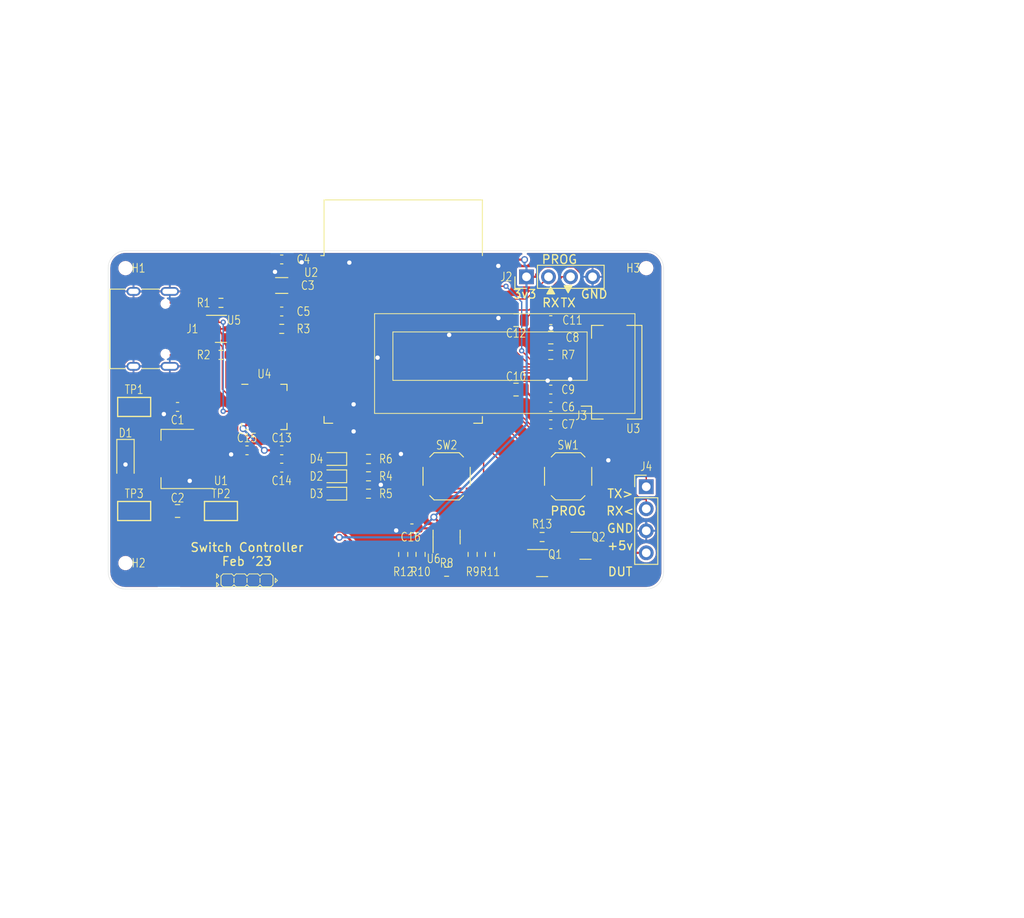
<source format=kicad_pcb>
(kicad_pcb (version 20211014) (generator pcbnew)
  (layers (0 "F.Cu" signal "Front") (31 "B.Cu" signal "Back") (34 "B.Paste" user) (35 "F.Paste" user) (36 "B.SilkS" user "B.Silkscreen") (37 "F.SilkS" user "F.Silkscreen") (38 "B.Mask" user) (39 "F.Mask" user) (44 "Edge.Cuts" user))
  (net 0 "")
  (net 1 "gnd")
  (net 2 "usb.conn.A5")
  (net 3 "vusb")
  (net 4 "usb.conn.B5")
  (net 5 "ledr.res.a")
  (net 6 "ledg.res.a")
  (net 7 "ledb.res.a")
  (net 8 "sw.pre.drain")
  (net 9 "mcu.ic.io2")
  (net 10 "ledr.signal")
  (net 11 "ledg.signal")
  (net 12 "ledb.signal")
  (net 13 "sw.control")
  (net 14 "mcu.prog.out")
  (net 15 "mcu.uart0.uart.tx")
  (net 16 "mcu.uart0.uart.rx")
  (net 17 "v3v3")
  (net 18 "usb.usb.dm")
  (net 19 "usb.usb.dp")
  (net 20 "sw1.out")
  (net 21 "conn.uart.tx")
  (net 22 "conn.uart.rx")
  (net 23 "sw.output")
  (net 24 "isense.pwr_out")
  (net 25 "isense.amp.r1.b")
  (net 26 "isense.amp.r2.b")
  (net 27 "isense.out")
  (net 28 "mcu.ic.chip_pu")
  (net 29 "lcd.iref_res.a")
  (net 30 "lcd.spi.sck")
  (net 31 "lcd.spi.mosi")
  (net 32 "usb_uart.uart.rx")
  (net 33 "usb_uart.uart.tx")
  (net 34 "lcd.cs")
  (net 35 "lcd.reset")
  (net 36 "lcd.dc")
  (net 37 "usb_uart.dcd")
  (net 38 "usb_uart.ri")
  (net 39 "usb_uart.ic.vdd")
  (net 40 "usb_uart.nsuspend")
  (net 41 "usb_uart.suspend")
  (net 42 "usb_uart.cts")
  (net 43 "usb_uart.rts")
  (net 44 "usb_uart.dsr")
  (net 45 "usb_uart.dtr")
  (net 46 "lcd.c2_cap.pos")
  (net 47 "lcd.c2_cap.neg")
  (net 48 "lcd.c1_cap.pos")
  (net 49 "lcd.c1_cap.neg")
  (net 50 "lcd.device.vcomh")
  (net 51 "lcd.device.vcc")
  (footprint "Resistor_SMD:R_0603_1608Metric" (layer "F.Cu") (at 134 58)
    (fp_text reference "R6")
    (fp_text value "")
  )
  (footprint "Resistor_SMD:R_0603_1608Metric" (layer "F.Cu") (at 154 67)
    (fp_text reference "R13")
    (fp_text value "")
  )
  (footprint "RF_Module:ESP32-WROOM-32" (layer "F.Cu") (at 138 44)
    (fp_text reference "U2")
    (fp_text value "ESP32-WROOM-32 (Espressif Systems)")
  )
  (footprint "TestPoint:TestPoint_Keystone_5015_Micro-Minature" (layer "F.Cu") (at 107 52)
    (fp_text reference "TP1")
    (fp_text value "5015 (Keystone) - vusb")
  )
  (footprint "Capacitor_SMD:C_0805_2012Metric" (layer "F.Cu") (at 151 42 180)
    (fp_text reference "C12")
    (fp_text value "")
  )
  (footprint "Capacitor_SMD:C_0805_2012Metric" (layer "F.Cu") (at 151 50 180)
    (fp_text reference "C10")
    (fp_text value "")
  )
  (footprint "TestPoint:TestPoint_Keystone_5015_Micro-Minature" (layer "F.Cu") (at 117 64)
    (fp_text reference "TP2")
    (fp_text value "5015 (Keystone) - gnd")
  )
  (footprint "Package_TO_SOT_SMD:SOT-23-5" (layer "F.Cu") (at 143 67 90)
    (fp_text reference "U6")
    (fp_text value "LMV321 (Texas Instruments)")
  )
  (footprint "LED_SMD:LED_0603_1608Metric" (layer "F.Cu") (at 130 60 180)
    (fp_text reference "D2")
    (fp_text value "KT-0603R (Hubei KENTO Elec) - Red 615~630nm 1.9~2.2V 0603 Light Emitting Diodes (LED) RoHS")
  )
  (footprint "Diode_SMD:D_SOD-123" (layer "F.Cu") (at 106 58 -90)
    (fp_text reference "D1")
    (fp_text value "BZT52C3V6 (SMC(Sangdest Microelectronicstronic (Nanjing))) - 5?A@1V 90? Single 3.6V~3.8V 350mW 3.4V SOD-123 Zener Diodes ROHS")
  )
  (footprint "Package_TO_SOT_SMD:SOT-23" (layer "F.Cu") (at 117 43)
    (fp_text reference "U5")
    (fp_text value "PESD5V0X1BT (Nexperia)")
  )
  (footprint "Resistor_SMD:R_0603_1608Metric" (layer "F.Cu") (at 146 69 90)
    (fp_text reference "R9")
    (fp_text value "")
  )
  (footprint "Capacitor_SMD:C_0603_1608Metric" (layer "F.Cu") (at 124 35 180)
    (fp_text reference "C4")
    (fp_text value "")
  )
  (footprint "Package_DFN_QFN:QFN-28-1EP_5x5mm_P0.5mm_EP3.35x3.35mm" (layer "F.Cu") (at 122 52)
    (fp_text reference "U4")
    (fp_text value "CP2102 (Silicon Labs)")
  )
  (footprint "Connector_FFC-FPC:Hirose_FH12-15S-0.5SH_1x15-1MP_P0.50mm_Horizontal" (layer "F.Cu") (at 161 48 90)
    (fp_text reference "J3")
    (fp_text value "AFC01-S015FCA-00 (Jushuo)")
  )
  (footprint "Resistor_SMD:R_0603_1608Metric" (layer "F.Cu") (at 134 60)
    (fp_text reference "R4")
    (fp_text value "")
  )
  (footprint "Connector_PinHeader_2.54mm:PinHeader_1x04_P2.54mm_Vertical" (layer "F.Cu") (at 152.2 37 90)
    (fp_text reference "J2")
    (fp_text value "PinHeader2.54 1x4 (Generic)")
  )
  (footprint "Capacitor_SMD:C_0603_1608Metric" (layer "F.Cu") (at 139 66 180)
    (fp_text reference "C16")
    (fp_text value "")
  )
  (footprint "edg:JlcToolingHole_1.152mm" (layer "F.Cu") (at 106 70)
    (fp_text reference "H2")
    (fp_text value "")
  )
  (footprint "edg:JlcToolingHole_1.152mm" (layer "F.Cu") (at 166 36)
    (fp_text reference "H3")
    (fp_text value "")
  )
  (footprint "Connector_USB:USB_C_Receptacle_XKB_U262-16XN-4BVC11" (layer "F.Cu") (at 108 43 -90)
    (fp_text reference "J1")
    (fp_text value "COM-15111 (Sparkfun)")
  )
  (footprint "Capacitor_SMD:C_0805_2012Metric" (layer "F.Cu") (at 155 44 180)
    (fp_text reference "C8")
    (fp_text value "")
  )
  (footprint "Resistor_SMD:R_0603_1608Metric" (layer "F.Cu") (at 148 69 90)
    (fp_text reference "R11")
    (fp_text value "")
  )
  (footprint "Resistor_SMD:R_0603_1608Metric" (layer "F.Cu") (at 124 43)
    (fp_text reference "R3")
    (fp_text value "")
  )
  (footprint "Capacitor_SMD:C_0603_1608Metric" (layer "F.Cu") (at 155 54 180)
    (fp_text reference "C7")
    (fp_text value "")
  )
  (footprint "Package_TO_SOT_SMD:SOT-23" (layer "F.Cu") (at 154 70)
    (fp_text reference "Q1")
    (fp_text value "2N7002 (Changjiang Electronics Tech (CJ)) - 60V 115mA 200mW 7.5?@10V,500mA 2.5V@250?A N Channel SOT-23(SOT-23-3) MOSFETs ROHS")
  )
  (footprint "LED_SMD:LED_0603_1608Metric" (layer "F.Cu") (at 130 62 180)
    (fp_text reference "D3")
    (fp_text value "")
  )
  (footprint "Capacitor_SMD:C_0603_1608Metric" (layer "F.Cu") (at 124 57)
    (fp_text reference "C13")
    (fp_text value "")
  )
  (footprint "Resistor_SMD:R_0603_1608Metric" (layer "F.Cu") (at 138 69 90)
    (fp_text reference "R12")
    (fp_text value "")
  )
  (footprint "edg:Indicator_IdDots_4" (layer "F.Cu") (at 120 72)
    (fp_text reference "U8" hide)
    (fp_text value "IdDots4")
  )
  (footprint "Capacitor_SMD:C_0603_1608Metric" (layer "F.Cu") (at 155 52 180)
    (fp_text reference "C6")
    (fp_text value "")
  )
  (footprint "Resistor_SMD:R_0603_1608Metric" (layer "F.Cu") (at 143 71)
    (fp_text reference "R8")
    (fp_text value "")
  )
  (footprint "Capacitor_SMD:C_0603_1608Metric" (layer "F.Cu") (at 155 50 180)
    (fp_text reference "C9")
    (fp_text value "")
  )
  (footprint "Button_Switch_SMD:SW_SPST_SKQG_WithoutStem" (layer "F.Cu") (at 143 60)
    (fp_text reference "SW2")
    (fp_text value "5.1mm switch")
  )
  (footprint "Resistor_SMD:R_0603_1608Metric" (layer "F.Cu") (at 140 69 90)
    (fp_text reference "R10")
    (fp_text value "")
  )
  (footprint "Resistor_SMD:R_0603_1608Metric" (layer "F.Cu") (at 134 62)
    (fp_text reference "R5")
    (fp_text value "")
  )
  (footprint "Button_Switch_SMD:SW_SPST_SKQG_WithoutStem" (layer "F.Cu") (at 157 60)
    (fp_text reference "SW1")
    (fp_text value "5.1mm switch")
  )
  (footprint "Capacitor_SMD:C_1206_3216Metric" (layer "F.Cu") (at 124 38 180)
    (fp_text reference "C3")
    (fp_text value "")
  )
  (footprint "edg:Lcd_Er_Oled0.91_3_Outline" (layer "F.Cu") (at 148 46.15)
    (fp_text reference "U3")
    (fp_text value "ER-OLED-0.91-e (EastRising)")
  )
  (footprint "Package_TO_SOT_SMD:SOT-223-3_TabPin2" (layer "F.Cu") (at 112 58 180)
    (fp_text reference "U1")
    (fp_text value "LD1117S33TR (STMicroelectronics)")
  )
  (footprint "Capacitor_SMD:C_0603_1608Metric" (layer "F.Cu") (at 124 41 180)
    (fp_text reference "C5")
    (fp_text value "")
  )
  (footprint "Capacitor_SMD:C_0603_1608Metric" (layer "F.Cu") (at 155 42 180)
    (fp_text reference "C11")
    (fp_text value "")
  )
  (footprint "edg:JlcToolingHole_1.152mm" (layer "F.Cu") (at 106 36)
    (fp_text reference "H1")
    (fp_text value "")
  )
  (footprint "Connector_PinHeader_2.54mm:PinHeader_1x04_P2.54mm_Vertical" (layer "F.Cu") (at 166 61.2)
    (fp_text reference "J4")
    (fp_text value "PinHeader2.54 1x4 (Generic)")
  )
  (footprint "Capacitor_SMD:C_0603_1608Metric" (layer "F.Cu") (at 124 59)
    (fp_text reference "C14")
    (fp_text value "")
  )
  (footprint "Resistor_SMD:R_0603_1608Metric" (layer "F.Cu") (at 117 46 180)
    (fp_text reference "R2")
    (fp_text value "")
  )
  (footprint "Capacitor_SMD:C_0603_1608Metric" (layer "F.Cu") (at 112 52 180)
    (fp_text reference "C1")
    (fp_text value "")
  )
  (footprint "Package_TO_SOT_SMD:SOT-23" (layer "F.Cu") (at 159 68)
    (fp_text reference "Q2")
    (fp_text value "AO3401A (Alpha & Omega Semicon) - 30V 4A 44m?@10V,4.3A 1.4W 1.3V@250?A P Channel SOT-23-3L MOSFETs ROHS")
  )
  (footprint "Capacitor_SMD:C_0603_1608Metric" (layer "F.Cu") (at 120 57)
    (fp_text reference "C15")
    (fp_text value "")
  )
  (footprint "Capacitor_SMD:C_0805_2012Metric" (layer "F.Cu") (at 112 64)
    (fp_text reference "C2")
    (fp_text value "")
  )
  (footprint "TestPoint:TestPoint_Keystone_5015_Micro-Minature" (layer "F.Cu") (at 107 64)
    (fp_text reference "TP3")
    (fp_text value "5015 (Keystone) - v3v3")
  )
  (footprint "LED_SMD:LED_0603_1608Metric" (layer "F.Cu") (at 130 58 180)
    (fp_text reference "D4")
    (fp_text value "")
  )
  (footprint "edg:Symbol_Duckling" (layer "F.Cu") (at 111 70)
    (fp_text reference "U7" hide)
    (fp_text value "Duck" hide)
  )
  (footprint "Resistor_SMD:R_0603_1608Metric" (layer "F.Cu") (at 155 46 180)
    (fp_text reference "R7")
    (fp_text value "")
  )
  (footprint "Resistor_SMD:R_0603_1608Metric" (layer "F.Cu") (at 117 40 180)
    (fp_text reference "R1")
    (fp_text value "")
  )
  (gr_line (start 106 34) (end 166 34) (layer "Edge.Cuts") (width 0.0381))
  (gr_line (start 166 73) (end 106 73) (layer "Edge.Cuts") (width 0.0381))
  (gr_line (start 104 71) (end 104 36) (layer "Edge.Cuts") (width 0.0381))
  (gr_arc (start 168 71) (mid 167.414214 72.414214) (end 166 73) (layer "Edge.Cuts") (width 0.0381))
  (gr_arc (start 104 36) (mid 104.585786 34.585786) (end 106 34) (layer "Edge.Cuts") (width 0.0381))
  (gr_arc (start 166 34) (mid 167.414214 34.585786) (end 168 36) (layer "Edge.Cuts") (width 0.0381))
  (gr_line (start 168 36) (end 168 71) (layer "Edge.Cuts") (width 0.0381))
  (gr_arc (start 106 73) (mid 104.585786 72.414214) (end 104 71) (layer "Edge.Cuts") (width 0.0381))
  (gr_text "3v3" (at 152 39) (layer "F.SilkS") (effects (font (size 1 1))))
  (gr_text "RX<" (at 163 64) (layer "F.SilkS") (effects (font (size 1 1))))
  (gr_text "PROG" (at 157 64) (layer "F.SilkS") (effects (font (size 1 1))))
  (gr_text "GND" (at 160 39) (layer "F.SilkS") (effects (font (size 1 1))))
  (gr_text "TX" (at 157 40) (layer "F.SilkS") (effects (font (size 1 1))))
  (gr_text "+5v" (at 163 68) (layer "F.SilkS") (effects (font (size 1 1))))
  (gr_text "▲" (at 155 38.5) (layer "F.SilkS") (effects (font (size 1 1))))
  (gr_text "GND" (at 163 66) (layer "F.SilkS") (effects (font (size 1 1))))
  (gr_text "DUT" (at 163 71) (layer "F.SilkS") (effects (font (size 1 1))))
  (gr_text "TX>" (at 163 62) (layer "F.SilkS") (effects (font (size 1 1))))
  (gr_text "Switch Controller\nFeb '23" (at 120 69) (layer "F.SilkS") (effects (font (size 1 1))))
  (gr_text "RX" (at 155 40) (layer "F.SilkS") (effects (font (size 1 1))))
  (gr_text "▲" (at 157 38.5 180) (layer "F.SilkS") (effects (font (size 1 1))))
  (gr_text "PROG" (at 156 35) (layer "F.SilkS") (effects (font (size 1 1))))
  (segment (start 120.2254 51.5) (end 119.55 51.5) (width 0.25) (layer "F.Cu") (net 1))
  (segment (start 111.2872 47.32) (end 112.4301 47.32) (width 0.25) (layer "F.Cu") (net 1))
  (segment (start 151.0576 48.9924) (end 153.2174 48.9924) (width 0.25) (layer "F.Cu") (net 1))
  (segment (start 117.9375 43) (end 117.9375 45.9438) (width 0.25) (layer "F.Cu") (net 1))
  (segment (start 120.525 40) (end 122.525 38) (width 0.25) (layer "F.Cu") (net 1))
  (segment (start 122 52) (end 121.5 51.5) (width 0.25) (layer "F.Cu") (net 1))
  (segment (start 112.5201 39.2036) (end 112.5201 38.77) (width 0.25) (layer "F.Cu") (net 1))
  (segment (start 131.791 35.365) (end 131.1551 35.365) (width 0.25) (layer "F.Cu") (net 1))
  (segment (start 157.2343 49) (end 155.225 49) (width 0.25) (layer "F.Cu") (net 1))
  (segment (start 117.8813 47.8813) (end 120.2254 50.2254) (width 0.25) (layer "F.Cu") (net 1))
  (segment (start 110.4199 52.8233) (end 111.225 52.0182) (width 0.25) (layer "F.Cu") (net 1))
  (segment (start 112.0951 39.65) (end 111.97 39.65) (width 0.25) (layer "F.Cu") (net 1))
  (segment (start 112.0951 46.35) (end 111.97 46.35) (width 0.25) (layer "F.Cu") (net 1))
  (segment (start 118.825 41) (end 117.825 40) (width 0.25) (layer "F.Cu") (net 1))
  (segment (start 143.4164 71.7552) (end 152.2573 71.7552) (width 0.25) (layer "F.Cu") (net 1))
  (segment (start 115.15 64) (end 115.15 61.3251) (width 0.25) (layer "F.Cu") (net 1))
  (segment (start 140.2301 43.7) (end 139.7751 43.245) (width 0.25) (layer "F.Cu") (net 1))
  (segment (start 149.8007 41.7507) (end 150.05 42) (width 0.25) (layer "F.Cu") (net 1))
  (segment (start 138.6761 69.1489) (end 142.368 69.1489) (width 0.25) (layer "F.Cu") (net 1))
  (segment (start 117.825 40) (end 117.0286 39.2036) (width 0.25) (layer "F.Cu") (net 1))
  (segment (start 120.2254 50.2254) (end 120.2254 51.5) (width 0.25) (layer "F.Cu") (net 1))
  (segment (start 111.67 46.35) (end 111.97 46.35) (width 0.25) (layer "F.Cu") (net 1))
  (segment (start 139.4242 67.1992) (end 138.225 66) (width 0.25) (layer "F.Cu") (net 1))
  (segment (start 123.225 36.4254) (end 123.225 35) (width 0.25) (layer "F.Cu") (net 1))
  (segment (start 111.225 52.0182) (end 111.225 52) (width 0.25) (layer "F.Cu") (net 1))
  (segment (start 112.5201 46.35) (end 112.5201 47.23) (width 0.25) (layer "F.Cu") (net 1))
  (segment (start 134.825 60) (end 134.825 59) (width 0.25) (layer "F.Cu") (net 1))
  (segment (start 142.9726 69.7535) (end 142.9726 71.3114) (width 0.25) (layer "F.Cu") (net 1))
  (segment (start 154.225 42.9125) (end 154.225 42) (width 0.25) (layer "F.Cu") (net 1))
  (segment (start 111.2872 47.32) (end 111.105 47.32) (width 0.25) (layer "F.Cu") (net 1))
  (segment (start 150.05 50) (end 151.0576 48.9924) (width 0.25) (layer "F.Cu") (net 1))
  (segment (start 160.1 58.15) (end 153.9 58.15) (width 0.25) (layer "F.Cu") (net 1))
  (segment (start 123.225 41) (end 118.825 41) (width 0.25) (layer "F.Cu") (net 1))
  (segment (start 142.368 69.1489) (end 142.9726 69.7535) (width 0.25) (layer "F.Cu") (net 1))
  (segment (start 142.9726 71.3114) (end 143.4164 71.7552) (width 0.25) (layer "F.Cu") (net 1))
  (segment (start 117.9375 45.9438) (end 117.8813 46) (width 0.25) (layer "F.Cu") (net 1))
  (segment (start 159.15 49) (end 157.2343 49) (width 0.25) (layer "F.Cu") (net 1))
  (segment (start 118.4817 57.7852) (end 118.1715 57.475) (width 0.25) (layer "F.Cu") (net 1))
  (segment (start 134.825 58) (end 134.825 59) (width 0.25) (layer "F.Cu") (net 1))
  (segment (start 143 68.5169) (end 143 68.1375) (width 0.25) (layer "F.Cu") (net 1))
  (segment (start 146.5 35.745) (end 148.9547 35.745) (width 0.25) (layer "F.Cu") (net 1))
  (segment (start 112.0951 46.35) (end 112.5201 46.35) (width 0.25) (layer "F.Cu") (net 1))
  (segment (start 142.4137 67.1992) (end 139.4242 67.1992) (width 0.25) (layer "F.Cu") (net 1))
  (segment (start 129.5 35.745) (end 128.2249 35.745) (width 0.25) (layer "F.Cu") (net 1))
  (segment (start 129.5 35.745) (end 130.7751 35.745) (width 0.25) (layer "F.Cu") (net 1))
  (segment (start 134.825 60.9773) (end 134.825 60) (width 0.25) (layer "F.Cu") (net 1))
  (segment (start 120.775 57) (end 119.9898 57.7852) (width 0.25) (layer "F.Cu") (net 1))
  (segment (start 111.105 38.68) (end 106.925 38.68) (width 0.25) (layer "F.Cu") (net 1))
  (segment (start 142.368 69.1489) (end 143 68.5169) (width 0.25) (layer "F.Cu") (net 1))
  (segment (start 111.67 39.65) (end 111.97 39.65) (width 0.25) (layer "F.Cu") (net 1))
  (segment (start 117.8813 46) (end 117.825 46) (width 0.25) (layer "F.Cu") (net 1))
  (segment (start 121.5 51.5) (end 120.2254 51.5) (width 0.25) (layer "F.Cu") (net 1))
  (segment (start 122.525 38) (end 123.225 37.3) (width 0.25) (layer "F.Cu") (net 1))
  (segment (start 112.5201 38.77) (end 112.4301 38.68) (width 0.25) (layer "F.Cu") (net 1))
  (segment (start 132.285 51.7011) (end 132.285 53.255) (width 0.25) (layer "F.Cu") (net 1))
  (segment (start 161.632 58.15) (end 160.1 58.15) (width 0.25) (layer "F.Cu") (net 1))
  (segment (start 154.9511 49.2739) (end 154.225 50) (width 0.25) (layer "F.Cu") (net 1))
  (segment (start 143 68.1375) (end 143 67.7855) (width 0.25) (layer "F.Cu") (net 1))
  (segment (start 132.285 53.255) (end 132.285 54.8223) (width 0.25) (layer "F.Cu") (net 1))
  (segment (start 157.2343 48.8019) (end 157.2343 49) (width 0.25) (layer "F.Cu") (net 1))
  (segment (start 117.9375 43) (end 118.825 42.1125) (width 0.25) (layer "F.Cu") (net 1))
  (segment (start 154.05 44) (end 154.225 43.825) (width 0.25) (layer "F.Cu") (net 1))
  (segment (start 143 67.7855) (end 142.4137 67.1992) (width 0.25) (layer "F.Cu") (net 1))
  (segment (start 135.3435 46.0201) (end 137 46.0201) (width 0.25) (layer "F.Cu") (net 1))
  (segment (start 115.15 60.3) (end 115.15 61.3251) (width 0.25) (layer "F.Cu") (net 1))
  (segment (start 137.9995 57.4246) (end 138.7249 58.15) (width 0.25) (layer "F.Cu") (net 1))
  (segment (start 113.4023 60.525) (end 113.6499 60.525) (width 0.25) (layer "F.Cu") (net 1))
  (segment (start 106 58.6374) (end 106 59.65) (width 0.25) (layer "F.Cu") (net 1))
  (segment (start 115.15 64) (end 112.95 64) (width 0.25) (layer "F.Cu") (net 1))
  (segment (start 131.1551 35.365) (end 130.7751 35.745) (width 0.25) (layer "F.Cu") (net 1))
  (segment (start 127.8 35.3201) (end 128.2249 35.745) (width 0.25) (layer "F.Cu") (net 1))
  (segment (start 124.775 57) (end 124.775 59) (width 0.25) (layer "F.Cu") (net 1))
  (segment (start 154.05 44) (end 154.175 44.125) (width 0.25) (layer "F.Cu") (net 1))
  (segment (start 111.105 47.32) (end 106.925 47.32) (width 0.25) (layer "F.Cu") (net 1))
  (segment (start 137.7347 57.4246) (end 137.9995 57.4246) (width 0.25) (layer "F.Cu") (net 1))
  (segment (start 117 64) (end 115.15 64) (width 0.25) (layer "F.Cu") (net 1))
  (segment (start 115.15 60.3) (end 113.8749 60.3) (width 0.25) (layer "F.Cu") (net 1))
  (segment (start 154.225 43.825) (end 154.225 42.9125) (width 0.25) (layer "F.Cu") (net 1))
  (segment (start 117.8813 46) (end 117.8813 47.8813) (width 0.25) (layer "F.Cu") (net 1))
  (segment (start 153.2174 48.9924) (end 154.225 50) (width 0.25) (layer "F.Cu") (net 1))
  (segment (start 113.6499 60.525) (end 113.8749 60.3) (width 0.25) (layer "F.Cu") (net 1))
  (segment (start 111.105 38.68) (end 112.4301 38.68) (width 0.25) (layer "F.Cu") (net 1))
  (segment (start 137.1878 66.2387) (end 137.9863 66.2387) (width 0.25) (layer "F.Cu") (net 1))
  (segment (start 112.5201 39.65) (end 112.5201 39.2036) (width 0.25) (layer "F.Cu") (net 1))
  (segment (start 112.5201 47.23) (end 112.4301 47.32) (width 0.25) (layer "F.Cu") (net 1))
  (segment (start 138 69.825) (end 138.6761 69.1489) (width 0.25) (layer "F.Cu") (net 1))
  (segment (start 150.05 42) (end 152.05 44) (width 0.25) (layer "F.Cu") (net 1))
  (segment (start 117.825 40) (end 120.525 40) (width 0.25) (layer "F.Cu") (net 1))
  (segment (start 139.9 58.15) (end 138.7249 58.15) (width 0.25) (layer "F.Cu") (net 1))
  (segment (start 148.9672 41.7507) (end 149.8007 41.7507) (width 0.25) (layer "F.Cu") (net 1))
  (segment (start 152.05 44) (end 154.05 44) (width 0.25) (layer "F.Cu") (net 1))
  (segment (start 137 43.245) (end 139.7751 43.245) (width 0.25) (layer "F.Cu") (net 1))
  (segment (start 155.225 49) (end 154.9511 49.2739) (width 0.25) (layer "F.Cu") (net 1))
  (segment (start 137 43.245) (end 137 46.0201) (width 0.25) (layer "F.Cu") (net 1))
  (segment (start 137.9863 66.2387) (end 138.225 66) (width 0.25) (layer "F.Cu") (net 1))
  (segment (start 143.2957 43.7) (end 140.2301 43.7) (width 0.25) (layer "F.Cu") (net 1))
  (segment (start 118.825 42.1125) (end 118.825 41) (width 0.25) (layer "F.Cu") (net 1))
  (segment (start 117.0286 39.2036) (end 112.5201 39.2036) (width 0.25) (layer "F.Cu") (net 1))
  (segment (start 119.9898 57.7852) (end 118.4817 57.7852) (width 0.25) (layer "F.Cu") (net 1))
  (segment (start 154.6468 48.9697) (end 154.9511 49.2739) (width 0.25) (layer "F.Cu") (net 1))
  (segment (start 134.825 62) (end 134.825 60.9773) (width 0.25) (layer "F.Cu") (net 1))
  (segment (start 152.2573 71.7552) (end 153.0625 70.95) (width 0.25) (layer "F.Cu") (net 1))
  (segment (start 112.0951 39.65) (end 112.5201 39.65) (width 0.25) (layer "F.Cu") (net 1))
  (segment (start 111.97 46.35) (end 111.67 46.05) (width 0.25) (layer "F.Cu") (net 1))
  (segment (start 135.0426 46.321) (end 135.3435 46.0201) (width 0.25) (layer "F.Cu") (net 1))
  (segment (start 111.97 39.65) (end 111.67 39.95) (width 0.25) (layer "F.Cu") (net 1))
  (segment (start 154.225 42.9125) (end 155.0376 42.9125) (width 0.25) (layer "F.Cu") (net 1))
  (segment (start 146.1 58.15) (end 139.9 58.15) (width 0.25) (layer "F.Cu") (net 1))
  (segment (start 134.825 59) (end 124.775 59) (width 0.25) (layer "F.Cu") (net 1))
  (segment (start 123.225 37.3) (end 123.225 36.4254) (width 0.25) (layer "F.Cu") (net 1))
  (segment (start 126.3056 35.3201) (end 127.8 35.3201) (width 0.25) (layer "F.Cu") (net 1))
  (segment (start 134.825 60.9773) (end 135.4187 60.9773) (width 0.25) (layer "F.Cu") (net 1))
  (segment (start 154.175 44.125) (end 154.175 46) (width 0.25) (layer "F.Cu") (net 1))
  (via (at 143.2957 43.7) (size 0.8) (drill 0.5) (layers "F.Cu" "B.Cu") (net 1))
  (via (at 137.7347 57.4246) (size 0.8) (drill 0.5) (layers "F.Cu" "B.Cu") (net 1))
  (via (at 110.4199 52.8233) (size 0.8) (drill 0.5) (layers "F.Cu" "B.Cu") (net 1))
  (via (at 148.9672 41.7507) (size 0.8) (drill 0.5) (layers "F.Cu" "B.Cu") (net 1))
  (via (at 132.285 51.7011) (size 0.8) (drill 0.5) (layers "F.Cu" "B.Cu") (net 1))
  (via (at 135.4187 60.9773) (size 0.8) (drill 0.5) (layers "F.Cu" "B.Cu") (net 1))
  (via (at 135.0426 46.321) (size 0.8) (drill 0.5) (layers "F.Cu" "B.Cu") (net 1))
  (via (at 148.9547 35.745) (size 0.8) (drill 0.5) (layers "F.Cu" "B.Cu") (net 1))
  (via (at 106 58.6374) (size 0.8) (drill 0.5) (layers "F.Cu" "B.Cu") (net 1))
  (via (at 118.1715 57.475) (size 0.8) (drill 0.5) (layers "F.Cu" "B.Cu") (net 1))
  (via (at 126.3056 35.3201) (size 0.8) (drill 0.5) (layers "F.Cu" "B.Cu") (net 1))
  (via (at 157.2343 48.8019) (size 0.8) (drill 0.5) (layers "F.Cu" "B.Cu") (net 1))
  (via (at 154.6468 48.9697) (size 0.8) (drill 0.5) (layers "F.Cu" "B.Cu") (net 1))
  (via (at 161.632 58.15) (size 0.8) (drill 0.5) (layers "F.Cu" "B.Cu") (net 1))
  (via (at 155.0376 42.9125) (size 0.8) (drill 0.5) (layers "F.Cu" "B.Cu") (net 1))
  (via (at 137.1878 66.2387) (size 0.8) (drill 0.5) (layers "F.Cu" "B.Cu") (net 1))
  (via (at 131.791 35.365) (size 0.8) (drill 0.5) (layers "F.Cu" "B.Cu") (net 1))
  (via (at 123.225 36.4254) (size 0.8) (drill 0.5) (layers "F.Cu" "B.Cu") (net 1))
  (via (at 113.4023 60.525) (size 0.8) (drill 0.5) (layers "F.Cu" "B.Cu") (net 1))
  (via (at 132.285 54.8223) (size 0.8) (drill 0.5) (layers "F.Cu" "B.Cu") (net 1))
  (segment (start 132.285 49.0786) (end 132.285 51.7011) (width 0.25) (layer "B.Cu") (net 1))
  (segment (start 145.245 41.7507) (end 143.2957 43.7) (width 0.25) (layer "B.Cu") (net 1))
  (segment (start 110.4199 52.8233) (end 113.4023 55.8057) (width 0.25) (layer "B.Cu") (net 1))
  (segment (start 125.2003 36.4254) (end 123.225 36.4254) (width 0.25) (layer "B.Cu") (net 1))
  (segment (start 113.4023 57.475) (end 118.1715 57.475) (width 0.25) (layer "B.Cu") (net 1))
  (segment (start 106.925 38.68) (end 108.0001 38.68) (width 0.25) (layer "B.Cu") (net 1))
  (segment (start 159.82 38.1301) (end 155.0376 42.9125) (width 0.25) (layer "B.Cu") (net 1))
  (segment (start 148.9672 41.7507) (end 148.9672 35.7575) (width 0.25) (layer "B.Cu") (net 1))
  (segment (start 161.632 61.0201) (end 165.7668 65.1549) (width 0.25) (layer "B.Cu") (net 1))
  (segment (start 137.1878 66.2387) (end 137.1878 62.7464) (width 0.25) (layer "B.Cu") (net 1))
  (segment (start 157.2343 53.7523) (end 157.2343 48.8019) (width 0.25) (layer "B.Cu") (net 1))
  (segment (start 106.925 47.32) (end 108.0001 47.32) (width 0.25) (layer "B.Cu") (net 1))
  (segment (start 166 66.28) (end 166 65.1549) (width 0.25) (layer "B.Cu") (net 1))
  (segment (start 113.4023 55.8057) (end 113.4023 57.475) (width 0.25) (layer "B.Cu") (net 1))
  (segment (start 135.4187 57.956) (end 135.4187 60.9773) (width 0.25) (layer "B.Cu") (net 1))
  (segment (start 159.82 37) (end 159.82 38.1301) (width 0.25) (layer "B.Cu") (net 1))
  (segment (start 135.0426 46.321) (end 132.285 49.0786) (width 0.25) (layer "B.Cu") (net 1))
  (segment (start 111.105 47.32) (end 109.7799 47.32) (width 0.25) (layer "B.Cu") (net 1))
  (segment (start 110.4199 52.8233) (end 106 57.2432) (width 0.25) (layer "B.Cu") (net 1))
  (segment (start 161.632 58.15) (end 157.2343 53.7523) (width 0.25) (layer "B.Cu") (net 1))
  (segment (start 155.0376 42.9125) (end 154.6468 43.3033) (width 0.25) (layer "B.Cu") (net 1))
  (segment (start 161.632 58.15) (end 161.632 61.0201) (width 0.25) (layer "B.Cu") (net 1))
  (segment (start 154.6468 43.3033) (end 154.6468 48.9697) (width 0.25) (layer "B.Cu") (net 1))
  (segment (start 108.0001 47.32) (end 108.0001 38.68) (width 0.25) (layer "B.Cu") (net 1))
  (segment (start 135.0426 38.6166) (end 131.791 35.365) (width 0.25) (layer "B.Cu") (net 1))
  (segment (start 109.7799 52.1833) (end 110.4199 52.8233) (width 0.25) (layer "B.Cu") (net 1))
  (segment (start 132.285 54.8223) (end 135.4187 57.956) (width 0.25) (layer "B.Cu") (net 1))
  (segment (start 109.7799 47.32) (end 109.7799 52.1833) (width 0.25) (layer "B.Cu") (net 1))
  (segment (start 135.4187 57.956) (end 137.2033 57.956) (width 0.25) (layer "B.Cu") (net 1))
  (segment (start 135.0426 46.321) (end 135.0426 38.6166) (width 0.25) (layer "B.Cu") (net 1))
  (segment (start 137.1878 62.7464) (end 135.4187 60.9773) (width 0.25) (layer "B.Cu") (net 1))
  (segment (start 113.4023 57.475) (end 113.4023 60.525) (width 0.25) (layer "B.Cu") (net 1))
  (segment (start 106 57.2432) (end 106 58.6374) (width 0.25) (layer "B.Cu") (net 1))
  (segment (start 126.3056 35.3201) (end 125.2003 36.4254) (width 0.25) (layer "B.Cu") (net 1))
  (segment (start 137.2033 57.956) (end 137.7347 57.4246) (width 0.25) (layer "B.Cu") (net 1))
  (segment (start 148.9672 35.7575) (end 148.9547 35.745) (width 0.25) (layer "B.Cu") (net 1))
  (segment (start 165.7668 65.1549) (end 166 65.1549) (width 0.25) (layer "B.Cu") (net 1))
  (segment (start 148.9672 41.7507) (end 145.245 41.7507) (width 0.25) (layer "B.Cu") (net 1))
  (segment (start 114.425 41.75) (end 111.67 41.75) (width 0.16) (layer "F.Cu") (net 2))
  (segment (start 116.175 40) (end 114.425 41.75) (width 0.16) (layer "F.Cu") (net 2))
  (segment (start 140 70.5343) (end 135.0895 70.5343) (width 0.25) (layer "F.Cu") (net 3))
  (segment (start 122 57) (end 123.225 57) (width 0.25) (layer "F.Cu") (net 3))
  (segment (start 111.67 45.25) (end 111.67 45.55) (width 0.25) (layer "F.Cu") (net 3))
  (segment (start 111.67 40.75) (end 111.67 40.45) (width 0.25) (layer "F.Cu") (net 3))
  (segment (start 119.5495 54.4505) (end 119.5495 54.5) (width 0.25) (layer "F.Cu") (net 3))
  (segment (start 115.15 54.375) (end 112.775 52) (width 0.25) (layer "F.Cu") (net 3))
  (segment (start 107 52) (end 107 50.8249) (width 0.25) (layer "F.Cu") (net 3))
  (segment (start 115.15 55.7) (end 115.15 54.375) (width 0.25) (layer "F.Cu") (net 3))
  (segment (start 110.4862 44.9163) (end 110.4862 41.0837) (width 0.25) (layer "F.Cu") (net 3))
  (segment (start 140.4657 71) (end 140 70.5343) (width 0.25) (layer "F.Cu") (net 3))
  (segment (start 123.225 58.1853) (end 123.225 57) (width 0.25) (layer "F.Cu") (net 3))
  (segment (start 135.0895 70.5343) (end 130.9118 66.3566) (width 0.25) (layer "F.Cu") (net 3))
  (segment (start 110.4862 44.9163) (end 107.9136 44.9163) (width 0.25) (layer "F.Cu") (net 3))
  (segment (start 110.8199 40.75) (end 111.67 40.75) (width 0.2) (layer "F.Cu") (net 3))
  (segment (start 105.8423 46.9876) (end 105.8423 49.6672) (width 0.25) (layer "F.Cu") (net 3))
  (segment (start 110.4862 41.0837) (end 110.8199 40.75) (width 0.2) (layer "F.Cu") (net 3))
  (segment (start 107.9136 44.9163) (end 105.8423 46.9876) (width 0.25) (layer "F.Cu") (net 3))
  (segment (start 130.9118 66.3566) (end 130.4459 66.3566) (width 0.25) (layer "F.Cu") (net 3))
  (segment (start 120.025 53.975) (end 120.5 54.45) (width 0.25) (layer "F.Cu") (net 3))
  (segment (start 110.8199 45.25) (end 111.67 45.25) (width 0.2) (layer "F.Cu") (net 3))
  (segment (start 123.225 58.1853) (end 123.225 59) (width 0.25) (layer "F.Cu") (net 3))
  (segment (start 117.8695 58.1853) (end 123.225 58.1853) (width 0.25) (layer "F.Cu") (net 3))
  (segment (start 105.8423 49.6672) (end 107 50.8249) (width 0.25) (layer "F.Cu") (net 3))
  (segment (start 111.5999 50.8249) (end 107 50.8249) (width 0.25) (layer "F.Cu") (net 3))
  (segment (start 116.4093 56.7251) (end 117.8695 58.1853) (width 0.25) (layer "F.Cu") (net 3))
  (segment (start 120.025 53.975) (end 119.5495 54.4505) (width 0.25) (layer "F.Cu") (net 3))
  (segment (start 140 70.5343) (end 140 69.825) (width 0.25) (layer "F.Cu") (net 3))
  (segment (start 115.15 56.7251) (end 116.4093 56.7251) (width 0.25) (layer "F.Cu") (net 3))
  (segment (start 119.55 53.5) (end 120.025 53.975) (width 0.25) (layer "F.Cu") (net 3))
  (segment (start 142.175 71) (end 140.4657 71) (width 0.25) (layer "F.Cu") (net 3))
  (segment (start 110.4862 44.9163) (end 110.8199 45.25) (width 0.2) (layer "F.Cu") (net 3))
  (segment (start 115.15 55.7) (end 115.15 56.7251) (width 0.25) (layer "F.Cu") (net 3))
  (segment (start 130.4459 66.3566) (end 123.225 59.1357) (width 0.25) (layer "F.Cu") (net 3))
  (segment (start 112.775 52) (end 111.5999 50.8249) (width 0.25) (layer "F.Cu") (net 3))
  (segment (start 123.225 59.1357) (end 123.225 59) (width 0.25) (layer "F.Cu") (net 3))
  (via (at 119.5495 54.5) (size 0.8) (drill 0.5) (layers "F.Cu" "B.Cu") (net 3))
  (via (at 122 57) (size 0.8) (drill 0.5) (layers "F.Cu" "B.Cu") (net 3))
  (segment (start 119.5495 54.5) (end 119.5495 54.5495) (width 0.25) (layer "B.Cu") (net 3))
  (segment (start 119.5495 54.5495) (end 122 57) (width 0.25) (layer "B.Cu") (net 3))
  (segment (start 116.175 46) (end 114.925 44.75) (width 0.16) (layer "F.Cu") (net 4))
  (segment (start 114.925 44.75) (end 111.67 44.75) (width 0.16) (layer "F.Cu") (net 4))
  (segment (start 133.175 60) (end 130.7875 60) (width 0.16) (layer "F.Cu") (net 5))
  (segment (start 133.175 62) (end 130.7875 62) (width 0.16) (layer "F.Cu") (net 6))
  (segment (start 130.7875 58) (end 133.175 58) (width 0.16) (layer "F.Cu") (net 7))
  (segment (start 154.9375 70) (end 158.3315 70) (width 0.16) (layer "F.Cu") (net 8))
  (segment (start 159.0348 68.4848) (end 158.0625 67.5125) (width 0.16) (layer "F.Cu") (net 8))
  (segment (start 158.0625 67.05) (end 154.875 67.05) (width 0.16) (layer "F.Cu") (net 8))
  (segment (start 158.0625 67.5125) (end 158.0625 67.05) (width 0.16) (layer "F.Cu") (net 8))
  (segment (start 158.3315 70) (end 159.0348 69.2967) (width 0.16) (layer "F.Cu") (net 8))
  (segment (start 154.875 67.05) (end 154.825 67) (width 0.16) (layer "F.Cu") (net 8))
  (segment (start 159.0348 69.2967) (end 159.0348 68.4848) (width 0.16) (layer "F.Cu") (net 8))
  (segment (start 124.5917 60) (end 124.0767 59.485) (width 0.16) (layer "F.Cu") (net 10))
  (segment (start 129.2125 60) (end 124.5917 60) (width 0.16) (layer "F.Cu") (net 10))
  (segment (start 124.0767 59.485) (end 124.0767 55.1782) (width 0.16) (layer "F.Cu") (net 10))
  (segment (start 129.5 50.985) (end 128.2699 50.985) (width 0.16) (layer "F.Cu") (net 10))
  (segment (start 124.0767 55.1782) (end 128.2699 50.985) (width 0.16) (layer "F.Cu") (net 10))
  (segment (start 133.4951 55.5574) (end 132.0939 55.5574) (width 0.16) (layer "F.Cu") (net 11))
  (segment (start 132.0939 55.5574) (end 130.7301 54.1936) (width 0.16) (layer "F.Cu") (net 11))
  (segment (start 129.5 49.715) (end 130.7301 49.715) (width 0.16) (layer "F.Cu") (net 11))
  (segment (start 129.9315 62.719) (end 135.2357 62.719) (width 0.16) (layer "F.Cu") (net 11))
  (segment (start 135.2357 62.719) (end 136.094 61.8607) (width 0.16) (layer "F.Cu") (net 11))
  (segment (start 129.2125 62) (end 129.9315 62.719) (width 0.16) (layer "F.Cu") (net 11))
  (segment (start 130.7301 54.1936) (end 130.7301 49.715) (width 0.16) (layer "F.Cu") (net 11))
  (segment (start 136.094 58.1563) (end 133.4951 55.5574) (width 0.16) (layer "F.Cu") (net 11))
  (segment (start 136.094 61.8607) (end 136.094 58.1563) (width 0.16) (layer "F.Cu") (net 11))
  (segment (start 129.5 52.255) (end 128.2699 52.255) (width 0.16) (layer "F.Cu") (net 12))
  (segment (start 129.2125 58) (end 128.2699 57.0574) (width 0.16) (layer "F.Cu") (net 12))
  (segment (start 128.2699 57.0574) (end 128.2699 52.255) (width 0.16) (layer "F.Cu") (net 12))
  (segment (start 145.2699 50.985) (end 145.2699 54.3008) (width 0.16) (layer "F.Cu") (net 13))
  (segment (start 151.7185 60.7494) (end 151.7185 67.706) (width 0.16) (layer "F.Cu") (net 13))
  (segment (start 151.7185 67.706) (end 153.0625 69.05) (width 0.16) (layer "F.Cu") (net 13))
  (segment (start 145.2699 54.3008) (end 151.7185 60.7494) (width 0.16) (layer "F.Cu") (net 13))
  (segment (start 146.5 50.985) (end 145.2699 50.985) (width 0.16) (layer "F.Cu") (net 13))
  (segment (start 147.7301 52.255) (end 152.7699 57.2948) (width 0.16) (layer "F.Cu") (net 14))
  (segment (start 160.1 61.85) (end 153.9 61.85) (width 0.16) (layer "F.Cu") (net 14))
  (segment (start 146.5 52.255) (end 147.7301 52.255) (width 0.16) (layer "F.Cu") (net 14))
  (segment (start 152.7699 57.2948) (end 152.7699 61.85) (width 0.16) (layer "F.Cu") (net 14))
  (segment (start 153.9 61.85) (end 152.7699 61.85) (width 0.16) (layer "F.Cu") (net 14))
  (segment (start 156.1999 37) (end 156.1999 37.135) (width 0.16) (layer "F.Cu") (net 15))
  (segment (start 157.28 37) (end 156.1999 37) (width 0.16) (layer "F.Cu") (net 15))
  (segment (start 152.5099 40.825) (end 146.5 40.825) (width 0.16) (layer "F.Cu") (net 15))
  (segment (start 156.1999 37.135) (end 152.5099 40.825) (width 0.16) (layer "F.Cu") (net 15))
  (segment (start 154.74 37) (end 152.185 39.555) (width 0.16) (layer "F.Cu") (net 16))
  (segment (start 152.185 39.555) (end 146.5 39.555) (width 0.16) (layer "F.Cu") (net 16))
  (segment (start 106 56.35) (end 106.8751 56.35) (width 0.25) (layer "F.Cu") (net 17))
  (segment (start 111.05 64) (end 114.0817 67.0317) (width 0.25) (layer "F.Cu") (net 17))
  (segment (start 159.9751 48.5) (end 160.0751 48.5) (width 0.25) (layer "F.Cu") (net 17))
  (segment (start 151.9801 35.0198) (end 137.6442 35.0198) (width 0.25) (layer "F.Cu") (net 17))
  (segment (start 113.1374 58.7375) (end 108.85 58.7375) (width 0.25) (layer "F.Cu") (net 17))
  (segment (start 135.649 37.015) (end 129.5 37.015) (width 0.25) (layer "F.Cu") (net 17))
  (segment (start 126.46 36.685) (end 126.46 37.015) (width 0.25) (layer "F.Cu") (net 17))
  (segment (start 156.275 49.5) (end 155.775 50) (width 0.25) (layer "F.Cu") (net 17))
  (segment (start 108.85 64) (end 108.85 60.1751) (width 0.25) (layer "F.Cu") (net 17))
  (segment (start 114.0817 67.0317) (end 130.6321 67.0317) (width 0.25) (layer "F.Cu") (net 17))
  (segment (start 155.7227 50) (end 154.961 50.7617) (width 0.25) (layer "F.Cu") (net 17))
  (segment (start 107 64) (end 108.85 64) (width 0.25) (layer "F.Cu") (net 17))
  (segment (start 160.0751 48.5) (end 160.0751 49.5) (width 0.25) (layer "F.Cu") (net 17))
  (segment (start 158.55 42.25) (end 160.0751 43.7751) (width 0.25) (layer "F.Cu") (net 17))
  (segment (start 114.5125 58) (end 115.15 58) (width 0.25) (layer "F.Cu") (net 17))
  (segment (start 125.475 38) (end 126.46 37.015) (width 0.25) (layer "F.Cu") (net 17))
  (segment (start 106.8751 56.7626) (end 106.8751 56.35) (width 0.25) (layer "F.Cu") (net 17))
  (segment (start 108.85 58.7375) (end 108.85 60.1751) (width 0.25) (layer "F.Cu") (net 17))
  (segment (start 155.775 50) (end 155.7227 50) (width 0.25) (layer "F.Cu") (net 17))
  (segment (start 108.85 58) (end 108.85 58.7375) (width 0.25) (layer "F.Cu") (net 17))
  (segment (start 123.175 43) (end 123.9999 42.1751) (width 0.25) (layer "F.Cu") (net 17))
  (segment (start 154.961 50.7617) (end 152.7117 50.7617) (width 0.25) (layer "F.Cu") (net 17))
  (segment (start 114.5125 58) (end 113.8749 58) (width 0.25) (layer "F.Cu") (net 17))
  (segment (start 141.5273 64.6998) (end 142.05 65.2225) (width 0.25) (layer "F.Cu") (net 17))
  (segment (start 137.6442 35.0198) (end 135.649 37.015) (width 0.25) (layer "F.Cu") (net 17))
  (segment (start 124.775 35) (end 126.46 36.685) (width 0.25) (layer "F.Cu") (net 17))
  (segment (start 160.0751 43.7751) (end 160.0751 48.5) (width 0.25) (layer "F.Cu") (net 17))
  (segment (start 126.46 37.015) (end 129.5 37.015) (width 0.25) (layer "F.Cu") (net 17))
  (segment (start 153.3251 36.7187) (end 154.2195 35.8243) (width 0.25) (layer "F.Cu") (net 17))
  (segment (start 139.775 66) (end 141.9125 66) (width 0.25) (layer "F.Cu") (net 17))
  (segment (start 142.05 65.2225) (end 142.05 65.8625) (width 0.25) (layer "F.Cu") (net 17))
  (segment (start 152.2 37) (end 153.3251 37) (width 0.25) (layer "F.Cu") (net 17))
  (segment (start 153.3251 37) (end 153.3251 36.7187) (width 0.25) (layer "F.Cu") (net 17))
  (segment (start 157.7077 35.8243) (end 158.55 36.6666) (width 0.25) (layer "F.Cu") (net 17))
  (segment (start 159.15 49.5) (end 160.0751 49.5) (width 0.25) (layer "F.Cu") (net 17))
  (segment (start 158.55 36.6666) (end 158.55 42.25) (width 0.25) (layer "F.Cu") (net 17))
  (segment (start 108.85 64) (end 111.05 64) (width 0.25) (layer "F.Cu") (net 17))
  (segment (start 108.85 58.7375) (end 106.8751 56.7626) (width 0.25) (layer "F.Cu") (net 17))
  (segment (start 123.9999 42.1751) (end 123.9999 39.4751) (width 0.25) (layer "F.Cu") (net 17))
  (segment (start 159.15 49.5) (end 156.275 49.5) (width 0.25) (layer "F.Cu") (net 17))
  (segment (start 113.8749 58) (end 113.1374 58.7375) (width 0.25) (layer "F.Cu") (net 17))
  (segment (start 141.9125 66) (end 142.05 65.8625) (width 0.25) (layer "F.Cu") (net 17))
  (segment (start 154.2195 35.8243) (end 157.7077 35.8243) (width 0.25) (layer "F.Cu") (net 17))
  (segment (start 152.7117 50.7617) (end 151.95 50) (width 0.25) (layer "F.Cu") (net 17))
  (segment (start 159.15 48.5) (end 159.9751 48.5) (width 0.25) (layer "F.Cu") (net 17))
  (segment (start 123.9999 39.4751) (end 125.475 38) (width 0.25) (layer "F.Cu") (net 17))
  (via (at 141.5273 64.6998) (size 0.8) (drill 0.5) (layers "F.Cu" "B.Cu") (net 17))
  (via (at 151.9801 35.0198) (size 0.8) (drill 0.5) (layers "F.Cu" "B.Cu") (net 17))
  (via (at 130.6321 67.0317) (size 0.8) (drill 0.5) (layers "F.Cu" "B.Cu") (net 17))
  (segment (start 152.2252 54.0019) (end 152.2252 38.1503) (width 0.25) (layer "B.Cu") (net 17))
  (segment (start 141.5273 64.6998) (end 152.2252 54.0019) (width 0.25) (layer "B.Cu") (net 17))
  (segment (start 130.6321 67.0317) (end 139.1954 67.0317) (width 0.25) (layer "B.Cu") (net 17))
  (segment (start 139.1954 67.0317) (end 141.5273 64.6998) (width 0.25) (layer "B.Cu") (net 17))
  (segment (start 151.9801 35.655) (end 151.9801 35.0198) (width 0.25) (layer "B.Cu") (net 17))
  (segment (start 152.2 35.8749) (end 151.9801 35.655) (width 0.25) (layer "B.Cu") (net 17))
  (segment (start 152.2 36.4374) (end 152.2 35.8749) (width 0.25) (layer "B.Cu") (net 17))
  (segment (start 152.2 37) (end 152.2 38.1251) (width 0.25) (layer "B.Cu") (net 17))
  (segment (start 152.2252 38.1503) (end 152.2 38.1251) (width 0.25) (layer "B.Cu") (net 17))
  (segment (start 152.2 36.4374) (end 152.2 37) (width 0.25) (layer "B.Cu") (net 17))
  (segment (start 117.2583 52.5) (end 119.55 52.5) (width 0.16) (layer "F.Cu") (net 18))
  (segment (start 115.7265 42.25) (end 117.2355 42.25) (width 0.16) (layer "F.Cu") (net 18))
  (segment (start 112.4751 42.25) (end 112.4751 43.25) (width 0.16) (layer "F.Cu") (net 18))
  (segment (start 115.7265 42.25) (end 115.8625 42.25) (width 0.16) (layer "F.Cu") (net 18))
  (segment (start 111.67 42.25) (end 112.4751 42.25) (width 0.16) (layer "F.Cu") (net 18))
  (segment (start 115.8625 42.25) (end 116.0625 42.05) (width 0.16) (layer "F.Cu") (net 18))
  (segment (start 112.4751 42.25) (end 115.7265 42.25) (width 0.16) (layer "F.Cu") (net 18))
  (segment (start 117.2355 42.25) (end 117.2583 42.2272) (width 0.16) (layer "F.Cu") (net 18))
  (segment (start 111.67 43.25) (end 112.4751 43.25) (width 0.16) (layer "F.Cu") (net 18))
  (via (at 117.2583 52.5) (size 0.6) (drill 0.3) (layers "F.Cu" "B.Cu") (net 18))
  (via (at 117.2583 42.2272) (size 0.6) (drill 0.3) (layers "F.Cu" "B.Cu") (net 18))
  (segment (start 117.2583 42.2272) (end 117.2583 52.5) (width 0.16) (layer "B.Cu") (net 18))
  (segment (start 111.2675 43.75) (end 111.67 43.75) (width 0.16) (layer "F.Cu") (net 19))
  (segment (start 115.8625 43.75) (end 116.0625 43.95) (width 0.16) (layer "F.Cu") (net 19))
  (segment (start 119.2093 52) (end 117.1647 49.9554) (width 0.16) (layer "F.Cu") (net 19))
  (segment (start 110.8649 43.75) (end 110.8649 42.75) (width 0.16) (layer "F.Cu") (net 19))
  (segment (start 117.1646 45.0521) (end 116.0625 43.95) (width 0.16) (layer "F.Cu") (net 19))
  (segment (start 119.55 52) (end 119.2093 52) (width 0.16) (layer "F.Cu") (net 19))
  (segment (start 117.1647 49.9554) (end 117.1647 45.0521) (width 0.16) (layer "F.Cu") (net 19))
  (segment (start 117.1647 45.0521) (end 117.1646 45.0521) (width 0.16) (layer "F.Cu") (net 19))
  (segment (start 111.67 42.75) (end 110.8649 42.75) (width 0.16) (layer "F.Cu") (net 19))
  (segment (start 111.67 43.75) (end 115.8625 43.75) (width 0.16) (layer "F.Cu") (net 19))
  (segment (start 111.2675 43.75) (end 110.8649 43.75) (width 0.16) (layer "F.Cu") (net 19))
  (segment (start 139.9 61.85) (end 138.7699 61.85) (width 0.16) (layer "F.Cu") (net 20))
  (segment (start 133.555 54.5644) (end 138.7699 59.7793) (width 0.16) (layer "F.Cu") (net 20))
  (segment (start 146.1 61.85) (end 139.9 61.85) (width 0.16) (layer "F.Cu") (net 20))
  (segment (start 133.555 53.255) (end 133.555 54.5644) (width 0.16) (layer "F.Cu") (net 20))
  (segment (start 138.7699 59.7793) (end 138.7699 61.85) (width 0.16) (layer "F.Cu") (net 20))
  (segment (start 146.5 49.715) (end 147.8816 49.715) (width 0.16) (layer "F.Cu") (net 21))
  (segment (start 161.5087 57.1137) (end 164.5402 60.1452) (width 0.16) (layer "F.Cu") (net 21))
  (segment (start 155.2803 57.1137) (end 161.5087 57.1137) (width 0.16) (layer "F.Cu") (net 21))
  (segment (start 164.5402 61.8058) (end 165.3943 62.6599) (width 0.16) (layer "F.Cu") (net 21))
  (segment (start 166 63.74) (end 166 62.6599) (width 0.16) (layer "F.Cu") (net 21))
  (segment (start 147.8816 49.715) (end 155.2803 57.1137) (width 0.16) (layer "F.Cu") (net 21))
  (segment (start 164.5402 60.1452) (end 164.5402 61.8058) (width 0.16) (layer "F.Cu") (net 21))
  (segment (start 165.3943 62.6599) (end 166 62.6599) (width 0.16) (layer "F.Cu") (net 21))
  (segment (start 146.5 48.445) (end 147.7301 48.445) (width 0.16) (layer "F.Cu") (net 22))
  (segment (start 154.0925 55.4873) (end 147.7301 49.1249) (width 0.16) (layer "F.Cu") (net 22))
  (segment (start 166 61.2) (end 166 60.1199) (width 0.16) (layer "F.Cu") (net 22))
  (segment (start 166 60.1199) (end 161.3674 55.4873) (width 0.16) (layer "F.Cu") (net 22))
  (segment (start 161.3674 55.4873) (end 154.0925 55.4873) (width 0.16) (layer "F.Cu") (net 22))
  (segment (start 147.7301 49.1249) (end 147.7301 48.445) (width 0.16) (layer "F.Cu") (net 22))
  (segment (start 166 68.82) (end 164.8749 68.82) (width 0.25) (layer "F.Cu") (net 23))
  (segment (start 159.9375 68) (end 164.0549 68) (width 0.25) (layer "F.Cu") (net 23))
  (segment (start 164.0549 68) (end 164.8749 68.82) (width 0.25) (layer "F.Cu") (net 23))
  (segment (start 154.55 68.95) (end 154.55 68.375) (width 0.25) (layer "F.Cu") (net 24))
  (segment (start 144.825 71) (end 148.1252 71) (width 0.25) (layer "F.Cu") (net 24))
  (segment (start 154.55 68.95) (end 158.0625 68.95) (width 0.25) (layer "F.Cu") (net 24))
  (segment (start 143.825 71) (end 144.825 71) (width 0.25) (layer "F.Cu") (net 24))
  (segment (start 148.1252 71) (end 148.9837 70.1415) (width 0.25) (layer "F.Cu") (net 24))
  (segment (start 148.9837 70.1415) (end 153.3585 70.1415) (width 0.25) (layer "F.Cu") (net 24))
  (segment (start 144.825 71) (end 146 69.825) (width 0.25) (layer "F.Cu") (net 24))
  (segment (start 154.55 68.375) (end 153.175 67) (width 0.25) (layer "F.Cu") (net 24))
  (segment (start 153.3585 70.1415) (end 154.55 68.95) (width 0.25) (layer "F.Cu") (net 24))
  (segment (start 146 68.175) (end 143.9875 68.175) (width 0.16) (layer "F.Cu") (net 25))
  (segment (start 143.9875 68.175) (end 143.95 68.1375) (width 0.16) (layer "F.Cu") (net 25))
  (segment (start 148 68.175) (end 146 68.175) (width 0.16) (layer "F.Cu") (net 25))
  (segment (start 140 68.175) (end 142.0125 68.175) (width 0.16) (layer "F.Cu") (net 26))
  (segment (start 142.0125 68.175) (end 142.05 68.1375) (width 0.16) (layer "F.Cu") (net 26))
  (segment (start 138 68.175) (end 140 68.175) (width 0.16) (layer "F.Cu") (net 26))
  (segment (start 148.7642 69.0608) (end 148 69.825) (width 0.16) (layer "F.Cu") (net 27))
  (segment (start 144.2296 54.4851) (end 147.2592 57.5147) (width 0.16) (layer "F.Cu") (net 27))
  (segment (start 146.8215 65.8625) (end 148.7642 67.8052) (width 0.16) (layer "F.Cu") (net 27))
  (segment (start 147.2592 57.5147) (end 147.2592 62.5533) (width 0.16) (layer "F.Cu") (net 27))
  (segment (start 142.445 54.4851) (end 144.2296 54.4851) (width 0.16) (layer "F.Cu") (net 27))
  (segment (start 147.2592 62.5533) (end 143.95 65.8625) (width 0.16) (layer "F.Cu") (net 27))
  (segment (start 148.7642 67.8052) (end 148.7642 69.0608) (width 0.16) (layer "F.Cu") (net 27))
  (segment (start 142.445 53.255) (end 142.445 54.4851) (width 0.16) (layer "F.Cu") (net 27))
  (segment (start 143.95 65.8625) (end 146.8215 65.8625) (width 0.16) (layer "F.Cu") (net 27))
  (segment (start 124.775 41) (end 127.49 38.285) (width 0.16) (layer "F.Cu") (net 28))
  (segment (start 124.825 41.05) (end 124.825 43) (width 0.16) (layer "F.Cu") (net 28))
  (segment (start 127.49 38.285) (end 129.5 38.285) (width 0.16) (layer "F.Cu") (net 28))
  (segment (start 124.775 41) (end 124.825 41.05) (width 0.16) (layer "F.Cu") (net 28))
  (segment (start 155.825 46) (end 156.325 45.5) (width 0.16) (layer "F.Cu") (net 29))
  (segment (start 156.325 45.5) (end 159.15 45.5) (width 0.16) (layer "F.Cu") (net 29))
  (segment (start 152.4361 47.0605) (end 157.2709 47.0605) (width 0.16) (layer "F.Cu") (net 30))
  (segment (start 147.7301 42.095) (end 147.7301 42.3545) (width 0.16) (layer "F.Cu") (net 30))
  (segment (start 146.5 42.095) (end 147.7301 42.095) (width 0.16) (layer "F.Cu") (net 30))
  (segment (start 147.7301 42.3545) (end 152.4361 47.0605) (width 0.16) (layer "F.Cu") (net 30))
  (segment (start 157.8314 46.5) (end 159.15 46.5) (width 0.16) (layer "F.Cu") (net 30))
  (segment (start 157.2709 47.0605) (end 157.8314 46.5) (width 0.16) (layer "F.Cu") (net 30))
  (segment (start 147.9276 38.0875) (end 147.7301 38.285) (width 0.16) (layer "F.Cu") (net 31))
  (segment (start 157.8322 46) (end 157.1041 46.7281) (width 0.16) (layer "F.Cu") (net 31))
  (segment (start 146.5 38.285) (end 147.7301 38.285) (width 0.16) (layer "F.Cu") (net 31))
  (segment (start 149.8417 38.0875) (end 147.9276 38.0875) (width 0.16) (layer "F.Cu") (net 31))
  (segment (start 157.1041 46.7281) (end 152.8533 46.7281) (width 0.16) (layer "F.Cu") (net 31))
  (segment (start 152.8533 46.7281) (end 151.6501 45.5249) (width 0.16) (layer "F.Cu") (net 31))
  (segment (start 159.15 46) (end 157.8322 46) (width 0.16) (layer "F.Cu") (net 31))
  (via (at 149.8417 38.0875) (size 0.6) (drill 0.3) (layers "F.Cu" "B.Cu") (net 31))
  (via (at 151.6501 45.5249) (size 0.6) (drill 0.3) (layers "F.Cu" "B.Cu") (net 31))
  (segment (start 151.6501 45.5249) (end 151.6501 39.8959) (width 0.16) (layer "B.Cu") (net 31))
  (segment (start 151.6501 39.8959) (end 149.8417 38.0875) (width 0.16) (layer "B.Cu") (net 31))
  (segment (start 122.7898 48.445) (end 129.5 48.445) (width 0.16) (layer "F.Cu") (net 32))
  (segment (start 122 49.2348) (end 122.7898 48.445) (width 0.16) (layer "F.Cu") (net 32))
  (segment (start 122 49.55) (end 122 49.2348) (width 0.16) (layer "F.Cu") (net 32))
  (segment (start 121.5 49.55) (end 121.5 49.1961) (width 0.16) (layer "F.Cu") (net 33))
  (segment (start 121.5 49.1961) (end 123.5211 47.175) (width 0.16) (layer "F.Cu") (net 33))
  (segment (start 123.5211 47.175) (end 129.5 47.175) (width 0.16) (layer "F.Cu") (net 33))
  (segment (start 148.6981 47.175) (end 146.5 47.175) (width 0.16) (layer "F.Cu") (net 34))
  (segment (start 149.5975 48.0744) (end 148.6981 47.175) (width 0.16) (layer "F.Cu") (net 34))
  (segment (start 158.1955 48.0744) (end 149.5975 48.0744) (width 0.16) (layer "F.Cu") (net 34))
  (segment (start 158.2699 48) (end 158.1955 48.0744) (width 0.16) (layer "F.Cu") (net 34))
  (segment (start 159.15 48) (end 158.2699 48) (width 0.16) (layer "F.Cu") (net 34))
  (segment (start 159.15 47.5) (end 158.2699 47.5) (width 0.16) (layer "F.Cu") (net 35))
  (segment (start 158.0172 47.7527) (end 150.0142 47.7527) (width 0.16) (layer "F.Cu") (net 35))
  (segment (start 158.2699 47.5) (end 158.0172 47.7527) (width 0.16) (layer "F.Cu") (net 35))
  (segment (start 148.1665 45.905) (end 146.5 45.905) (width 0.16) (layer "F.Cu") (net 35))
  (segment (start 150.0142 47.7527) (end 148.1665 45.905) (width 0.16) (layer "F.Cu") (net 35))
  (segment (start 157.4482 47.3832) (end 150.89 47.3832) (width 0.16) (layer "F.Cu") (net 36))
  (segment (start 150.89 47.3832) (end 148.1418 44.635) (width 0.16) (layer "F.Cu") (net 36))
  (segment (start 148.1418 44.635) (end 146.5 44.635) (width 0.16) (layer "F.Cu") (net 36))
  (segment (start 157.8314 47) (end 157.4482 47.3832) (width 0.16) (layer "F.Cu") (net 36))
  (segment (start 159.15 47) (end 157.8314 47) (width 0.16) (layer "F.Cu") (net 36))
  (segment (start 118.92 54.92) (end 119.308 55.308) (width 0.16) (layer "F.Cu") (net 39))
  (segment (start 119.2356 53) (end 118.92 53.3156) (width 0.16) (layer "F.Cu") (net 39))
  (segment (start 120.1089 56.1161) (end 120.1089 55.7286) (width 0.16) (layer "F.Cu") (net 39))
  (segment (start 119.225 57) (end 120.1089 56.1161) (width 0.16) (layer "F.Cu") (net 39))
  (segment (start 119.308 55.308) (end 120.5295 55.308) (width 0.16) (layer "F.Cu") (net 39))
  (segment (start 120.5295 55.308) (end 121 54.8375) (width 0.16) (layer "F.Cu") (net 39))
  (segment (start 118.92 53.3156) (end 118.92 54.92) (width 0.16) (layer "F.Cu") (net 39))
  (segment (start 120.1089 55.7286) (end 120.5295 55.308) (width 0.16) (layer "F.Cu") (net 39))
  (segment (start 119.55 53) (end 119.2356 53) (width 0.16) (layer "F.Cu") (net 39))
  (segment (start 121 54.8375) (end 121 54.45) (width 0.16) (layer "F.Cu") (net 39))
  (segment (start 158.2699 51.5051) (end 158.2699 51.5) (width 0.16) (layer "F.Cu") (net 46))
  (segment (start 155.775 54) (end 158.2699 51.5051) (width 0.16) (layer "F.Cu") (net 46))
  (segment (start 159.15 51.5) (end 158.2699 51.5) (width 0.16) (layer "F.Cu") (net 46))
  (segment (start 155.9523 53) (end 157.9523 51) (width 0.16) (layer "F.Cu") (net 47))
  (segment (start 154.225 54) (end 155.225 53) (width 0.16) (layer "F.Cu") (net 47))
  (segment (start 155.225 53) (end 155.9523 53) (width 0.16) (layer "F.Cu") (net 47))
  (segment (start 157.9523 51) (end 159.15 51) (width 0.16) (layer "F.Cu") (net 47))
  (segment (start 155.775 52) (end 156.2958 52) (width 0.16) (layer "F.Cu") (net 48))
  (segment (start 157.7958 50.5) (end 159.15 50.5) (width 0.16) (layer "F.Cu") (net 48))
  (segment (start 156.2958 52) (end 157.7958 50.5) (width 0.16) (layer "F.Cu") (net 48))
  (segment (start 156.6821 50.8007) (end 157.4828 50) (width 0.16) (layer "F.Cu") (net 49))
  (segment (start 157.4828 50) (end 159.15 50) (width 0.16) (layer "F.Cu") (net 49))
  (segment (start 155.4243 50.8007) (end 156.6821 50.8007) (width 0.16) (layer "F.Cu") (net 49))
  (segment (start 154.225 52) (end 155.4243 50.8007) (width 0.16) (layer "F.Cu") (net 49))
  (segment (start 156.95 45) (end 159.15 45) (width 0.16) (layer "F.Cu") (net 50))
  (segment (start 155.95 44) (end 156.95 45) (width 0.16) (layer "F.Cu") (net 50))
  (segment (start 155.775 42) (end 155.0183 41.2433) (width 0.16) (layer "F.Cu") (net 51))
  (segment (start 155.0183 41.2433) (end 152.7067 41.2433) (width 0.16) (layer "F.Cu") (net 51))
  (segment (start 158.2699 44.4949) (end 155.775 42) (width 0.16) (layer "F.Cu") (net 51))
  (segment (start 152.7067 41.2433) (end 151.95 42) (width 0.16) (layer "F.Cu") (net 51))
  (segment (start 159.15 44.5) (end 158.2699 44.5) (width 0.16) (layer "F.Cu") (net 51))
  (segment (start 158.2699 44.5) (end 158.2699 44.4949) (width 0.16) (layer "F.Cu") (net 51))
  (zone (net 1) (net_name "gnd") (layers F&B.Cu) (connect_pads (clearance 0.254)) (min_thickness 0.2) (fill yes (thermal_gap 0.2) (thermal_bridge_width 0.2))
    (polygon (pts (xy 169 74) (xy 103 74) (xy 103 33) (xy 169 33)))
  )
)
</source>
